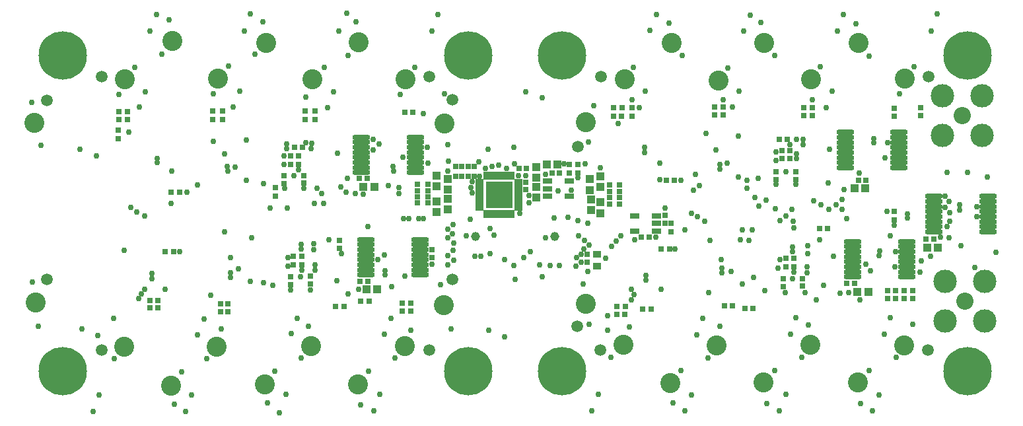
<source format=gts>
G04*
G04 #@! TF.GenerationSoftware,Altium Limited,Altium Designer,18.1.9 (240)*
G04*
G04 Layer_Color=8388736*
%FSTAX44Y44*%
%MOMM*%
G71*
G01*
G75*
%ADD30R,0.8032X0.7532*%
%ADD31R,1.1032X0.9032*%
%ADD32O,2.3032X0.6532*%
%ADD33R,0.7032X0.8032*%
%ADD34R,0.8032X0.7032*%
%ADD35R,1.3032X0.8032*%
%ADD36R,1.1032X1.0032*%
%ADD37R,0.7532X0.8032*%
%ADD38R,0.8032X0.8032*%
%ADD39R,1.0032X1.1032*%
%ADD40R,0.8032X0.8032*%
%ADD41R,3.3528X3.3528*%
%ADD42R,0.5080X1.0160*%
%ADD43R,1.0160X0.5080*%
%ADD44C,2.2032*%
%ADD45C,3.0032*%
%ADD46C,1.1684*%
%ADD47C,0.7620*%
%ADD48C,1.5032*%
%ADD49C,2.5654*%
%ADD50C,6.2032*%
D30*
X007325Y00207036D02*
D03*
Y00217536D02*
D03*
X0084025Y00257D02*
D03*
Y002465D02*
D03*
X0083275Y00256878D02*
D03*
Y00267378D02*
D03*
X00709853Y00321648D02*
D03*
Y00332148D02*
D03*
X0072075D02*
D03*
Y00321648D02*
D03*
X0033274Y00302684D02*
D03*
Y00292184D02*
D03*
X00533446Y0022326D02*
D03*
Y0021276D02*
D03*
X0112649Y00261704D02*
D03*
Y00272204D02*
D03*
X01160018Y003948D02*
D03*
Y004053D02*
D03*
X01150112Y00171112D02*
D03*
Y00160612D02*
D03*
X01117346Y00170858D02*
D03*
Y00160358D02*
D03*
X01128268Y00171112D02*
D03*
Y00160612D02*
D03*
X0113919Y00171112D02*
D03*
Y00160612D02*
D03*
X01010158Y00395054D02*
D03*
Y00405554D02*
D03*
X0090678Y0039607D02*
D03*
Y0040657D02*
D03*
X00789686Y00394546D02*
D03*
Y00405046D02*
D03*
X01020826Y0039497D02*
D03*
Y0040547D02*
D03*
X00896112Y0039607D02*
D03*
Y0040657D02*
D03*
X01125982Y00394292D02*
D03*
Y00404792D02*
D03*
X00415036Y00224874D02*
D03*
Y00235374D02*
D03*
X004953Y00144356D02*
D03*
Y00154856D02*
D03*
X00262382Y0014334D02*
D03*
Y0015384D02*
D03*
X00506476Y00144356D02*
D03*
Y00154856D02*
D03*
X00272034Y0014334D02*
D03*
Y0015384D02*
D03*
X00371Y00400728D02*
D03*
Y00390228D02*
D03*
X00131572Y00365674D02*
D03*
Y00376174D02*
D03*
X00143256Y0040022D02*
D03*
Y0038972D02*
D03*
X0013208Y0040022D02*
D03*
Y0038972D02*
D03*
X0038354Y00400728D02*
D03*
Y00390228D02*
D03*
X0025273Y00400728D02*
D03*
Y00390228D02*
D03*
X00264922Y00400728D02*
D03*
Y00390228D02*
D03*
D31*
X00745Y002175D02*
D03*
Y002025D02*
D03*
D32*
X00518072Y00190754D02*
D03*
Y00197254D02*
D03*
Y00203754D02*
D03*
Y00210254D02*
D03*
Y00216754D02*
D03*
Y00223254D02*
D03*
Y00229754D02*
D03*
Y00236254D02*
D03*
X00449072Y00190754D02*
D03*
Y00197254D02*
D03*
Y00203754D02*
D03*
Y00210254D02*
D03*
Y00216754D02*
D03*
Y00223254D02*
D03*
Y00229754D02*
D03*
Y00236254D02*
D03*
X0107315Y0023368D02*
D03*
Y0022718D02*
D03*
Y0022068D02*
D03*
Y0021418D02*
D03*
Y0020768D02*
D03*
Y0020118D02*
D03*
Y0019468D02*
D03*
Y0018818D02*
D03*
X0114215Y0023368D02*
D03*
Y0022718D02*
D03*
Y0022068D02*
D03*
Y0021418D02*
D03*
Y0020768D02*
D03*
Y0020118D02*
D03*
Y0019468D02*
D03*
Y0018818D02*
D03*
X01177124Y0029171D02*
D03*
Y0028521D02*
D03*
Y0027871D02*
D03*
Y0027221D02*
D03*
Y0026571D02*
D03*
Y0025921D02*
D03*
Y0025271D02*
D03*
Y0024621D02*
D03*
X01246124Y0029171D02*
D03*
Y0028521D02*
D03*
Y0027871D02*
D03*
Y0027221D02*
D03*
Y0026571D02*
D03*
Y0025921D02*
D03*
Y0025271D02*
D03*
Y0024621D02*
D03*
X01063332Y00373668D02*
D03*
Y00367168D02*
D03*
Y00360668D02*
D03*
Y00354168D02*
D03*
Y00347668D02*
D03*
Y00341168D02*
D03*
Y00334668D02*
D03*
Y00328168D02*
D03*
X01132332Y00373668D02*
D03*
Y00367168D02*
D03*
Y00360668D02*
D03*
Y00354168D02*
D03*
Y00347668D02*
D03*
Y00341168D02*
D03*
Y00334668D02*
D03*
Y00328168D02*
D03*
X00443318Y00367572D02*
D03*
Y00361072D02*
D03*
Y00354572D02*
D03*
Y00348072D02*
D03*
Y00341572D02*
D03*
Y00335072D02*
D03*
Y00328572D02*
D03*
Y00322072D02*
D03*
X00512318Y00367572D02*
D03*
Y00361072D02*
D03*
Y00354572D02*
D03*
Y00348072D02*
D03*
Y00341572D02*
D03*
Y00335072D02*
D03*
Y00328572D02*
D03*
Y00322072D02*
D03*
D33*
X00377444Y0018915D02*
D03*
Y0017915D02*
D03*
X00352498Y00188642D02*
D03*
Y00178642D02*
D03*
X01008522Y00176356D02*
D03*
Y00186356D02*
D03*
X00983576Y00175848D02*
D03*
Y00185848D02*
D03*
X00999723Y0031341D02*
D03*
Y0032341D02*
D03*
X00974577Y00312902D02*
D03*
Y00322902D02*
D03*
X0065405Y00300054D02*
D03*
Y00310054D02*
D03*
X00369316Y00318436D02*
D03*
Y00308436D02*
D03*
X0034417Y00317928D02*
D03*
Y00307928D02*
D03*
D34*
X00451278Y0018288D02*
D03*
X00441278D02*
D03*
X01075356Y00180306D02*
D03*
X01065356D02*
D03*
X0117721Y00236728D02*
D03*
X0116721D02*
D03*
X01090088Y0031242D02*
D03*
X01080088D02*
D03*
X0044077Y00314706D02*
D03*
X0045077D02*
D03*
X00654986Y00327152D02*
D03*
X00644986D02*
D03*
X00802006Y00239D02*
D03*
X00812006D02*
D03*
X0068725Y00321818D02*
D03*
X0069725D02*
D03*
D35*
X00793208Y0024725D02*
D03*
Y0026625D02*
D03*
X00821208D02*
D03*
Y0025675D02*
D03*
Y0024725D02*
D03*
X00709556Y00311036D02*
D03*
Y00292036D02*
D03*
X00681556D02*
D03*
Y00301536D02*
D03*
Y00311036D02*
D03*
D36*
X00749554Y0028386D02*
D03*
Y0026986D02*
D03*
X007375Y00287942D02*
D03*
Y00273942D02*
D03*
X00553466Y00288766D02*
D03*
Y00274766D02*
D03*
X0053975Y002855D02*
D03*
Y002715D02*
D03*
X00667426Y0032925D02*
D03*
Y0031525D02*
D03*
X00736092Y00313578D02*
D03*
Y00299578D02*
D03*
X00749554Y00317642D02*
D03*
Y00303642D02*
D03*
X00553466Y00314214D02*
D03*
Y00300214D02*
D03*
X0053975Y00318484D02*
D03*
Y00304484D02*
D03*
X00667426Y00304102D02*
D03*
Y00290102D02*
D03*
D37*
X00989Y0036475D02*
D03*
X009785D02*
D03*
X00827616Y00224282D02*
D03*
X00838116D02*
D03*
X00992489Y00339716D02*
D03*
X00981989D02*
D03*
X00992349Y00350638D02*
D03*
X00981849D02*
D03*
X01040838Y0025025D02*
D03*
X01030338D02*
D03*
X00997582Y00212277D02*
D03*
X00987082D02*
D03*
X00945304Y00148082D02*
D03*
X00934804D02*
D03*
X00918888Y00151638D02*
D03*
X00908388D02*
D03*
X00780966Y00140462D02*
D03*
X00770466D02*
D03*
X0078122Y00150622D02*
D03*
X0077072D02*
D03*
X0081424Y0014732D02*
D03*
X0080374D02*
D03*
X00777156Y00405384D02*
D03*
X00766656D02*
D03*
X00776902Y00394546D02*
D03*
X00766402D02*
D03*
X00366504Y00215071D02*
D03*
X00356004D02*
D03*
X00442298Y0015748D02*
D03*
X00452798D02*
D03*
X00172042Y00148844D02*
D03*
X00182542D02*
D03*
X0042054Y00150368D02*
D03*
X0041004D02*
D03*
X00171788Y00157734D02*
D03*
X00182288D02*
D03*
X00498686Y00399288D02*
D03*
X00509186D02*
D03*
X00210016Y00296926D02*
D03*
X00199516D02*
D03*
X00357Y00354572D02*
D03*
X003675D02*
D03*
X003625Y00343632D02*
D03*
X00352D02*
D03*
X00362482Y0033275D02*
D03*
X00351982D02*
D03*
X00844434Y0031242D02*
D03*
X00833934D02*
D03*
X00997722Y00201355D02*
D03*
X00987222D02*
D03*
X002021Y00220336D02*
D03*
X001916D02*
D03*
X00356144Y00204149D02*
D03*
X00366644D02*
D03*
D38*
X00761088Y00281878D02*
D03*
Y00289878D02*
D03*
Y00297878D02*
D03*
Y00305878D02*
D03*
X00774088D02*
D03*
Y00297878D02*
D03*
Y00289878D02*
D03*
Y00281878D02*
D03*
X00528216Y00306974D02*
D03*
Y00298974D02*
D03*
Y00290974D02*
D03*
Y00282974D02*
D03*
X00515216D02*
D03*
Y00290974D02*
D03*
Y00298974D02*
D03*
Y00306974D02*
D03*
D39*
X006945Y0033225D02*
D03*
X006805D02*
D03*
X01079104Y00169164D02*
D03*
X01093104D02*
D03*
X01168258Y0022606D02*
D03*
X01182258D02*
D03*
X01089264Y00302006D02*
D03*
X01075264D02*
D03*
X00449358Y0017272D02*
D03*
X00463358D02*
D03*
X00445628Y00303784D02*
D03*
X00459628D02*
D03*
D40*
X00563818Y0033035D02*
D03*
X00571818D02*
D03*
X00579818D02*
D03*
X00587818D02*
D03*
Y0031735D02*
D03*
X00579818D02*
D03*
X00571818D02*
D03*
X00563818D02*
D03*
D41*
X00619506Y00293624D02*
D03*
D42*
X0060198Y00318516D02*
D03*
X0060706D02*
D03*
X00611886D02*
D03*
X00616966D02*
D03*
X00622046D02*
D03*
X00627126D02*
D03*
X00631952D02*
D03*
X00637032D02*
D03*
Y00268732D02*
D03*
X00631952D02*
D03*
X00627126D02*
D03*
X00622046D02*
D03*
X00616966D02*
D03*
X00611886D02*
D03*
X0060706D02*
D03*
X0060198D02*
D03*
D43*
X00644398Y0031115D02*
D03*
Y0030607D02*
D03*
Y00301244D02*
D03*
Y00296164D02*
D03*
Y00291084D02*
D03*
Y00286004D02*
D03*
Y00281178D02*
D03*
Y00276098D02*
D03*
X00594614D02*
D03*
Y00281178D02*
D03*
Y00286004D02*
D03*
Y00291084D02*
D03*
Y00296164D02*
D03*
Y00301244D02*
D03*
Y0030607D02*
D03*
Y0031115D02*
D03*
D44*
X01213228Y00394752D02*
D03*
X01216568Y00157638D02*
D03*
D45*
X01187828Y00420152D02*
D03*
Y00369352D02*
D03*
X01238628D02*
D03*
Y00420152D02*
D03*
X01191168Y00183038D02*
D03*
Y00132238D02*
D03*
X01241968D02*
D03*
Y00183038D02*
D03*
D46*
X006908Y0024D02*
D03*
X005892D02*
D03*
D47*
X00733085Y00195D02*
D03*
X0072804Y00224506D02*
D03*
X0055Y00422722D02*
D03*
X00711785Y00299265D02*
D03*
X0085233Y0031242D02*
D03*
X00825558Y00313192D02*
D03*
X00890086Y0023495D02*
D03*
X00756589Y00212286D02*
D03*
X01120902Y00240866D02*
D03*
X0103075Y0023575D02*
D03*
X00425016Y00315104D02*
D03*
X00322771Y00026771D02*
D03*
X0020308Y0002508D02*
D03*
X011435Y00269402D02*
D03*
X0114325Y00263833D02*
D03*
X0087163Y0031987D02*
D03*
X009025Y00326795D02*
D03*
Y0033275D02*
D03*
X00362482Y00325947D02*
D03*
X00371518Y00360518D02*
D03*
X0034725Y00352806D02*
D03*
X01001Y0034D02*
D03*
Y00346118D02*
D03*
X0080625Y00354572D02*
D03*
X00806039Y00348017D02*
D03*
X01000549Y00364268D02*
D03*
X00992349Y003575D02*
D03*
X0088484Y0037234D02*
D03*
X0116125Y00209D02*
D03*
X01159307Y00194259D02*
D03*
X0121175Y002285D02*
D03*
X007205Y00315301D02*
D03*
X0072975Y00333D02*
D03*
X00702876Y00333699D02*
D03*
X00679156Y00319468D02*
D03*
X00685038Y00202692D02*
D03*
X00690534Y00264263D02*
D03*
X00646282Y00270263D02*
D03*
X00577516Y00241412D02*
D03*
X00561632Y00231432D02*
D03*
X00560578Y0025527D02*
D03*
X0052225Y0026332D02*
D03*
X0049125Y00295656D02*
D03*
Y003025D02*
D03*
X0050375Y0026332D02*
D03*
X005165Y0026325D02*
D03*
X004975Y0026332D02*
D03*
X00679033Y00238262D02*
D03*
X0061238Y0030075D02*
D03*
X00612376Y00293624D02*
D03*
X00695214Y0029825D02*
D03*
X00749554Y00328054D02*
D03*
X00733085Y00257415D02*
D03*
X007205Y0026063D02*
D03*
X00736346Y00273924D02*
D03*
X0065405Y00318008D02*
D03*
X0106522Y0026278D02*
D03*
X0105968Y00275D02*
D03*
X01052086Y0028075D02*
D03*
X0105925Y002875D02*
D03*
X00961547Y00286514D02*
D03*
X00997524Y0025119D02*
D03*
X00997Y0026D02*
D03*
X01042Y00275D02*
D03*
X0103225Y00280495D02*
D03*
X01023Y0028625D02*
D03*
X0099525Y00274882D02*
D03*
X008835Y0026D02*
D03*
X0095288Y00278962D02*
D03*
X00974137Y0027575D02*
D03*
X0087425Y002655D02*
D03*
X00866186Y0027D02*
D03*
X0094775Y00289789D02*
D03*
X009375Y0030175D02*
D03*
Y003125D02*
D03*
X00951964Y00314941D02*
D03*
X00926279Y00316776D02*
D03*
X0086875Y0029925D02*
D03*
X0087675Y00305D02*
D03*
X0085775Y0024875D02*
D03*
X00820926Y00239D02*
D03*
X00793208Y00235966D02*
D03*
X0098013Y0026063D02*
D03*
X00987Y0026675D02*
D03*
X00832358Y00276352D02*
D03*
X00764Y0022725D02*
D03*
X00769802Y002345D02*
D03*
X0077525Y00240656D02*
D03*
X00735076Y00228824D02*
D03*
X00944326Y00248441D02*
D03*
X0093175Y002485D02*
D03*
X00940131Y00234869D02*
D03*
X00929306Y00235966D02*
D03*
X0120975Y0027425D02*
D03*
X0121Y00280782D02*
D03*
X01197558Y00270763D02*
D03*
X0112649Y0025451D02*
D03*
X011165Y0027225D02*
D03*
X01172494Y00215006D02*
D03*
X0123196Y0026571D02*
D03*
X011975Y0026D02*
D03*
X01196308Y00238512D02*
D03*
X01185558Y00239762D02*
D03*
X01194054Y0025273D02*
D03*
X01231946Y0027871D02*
D03*
X01127637Y0022068D02*
D03*
X01128948Y00085426D02*
D03*
X0114957Y00127762D02*
D03*
X0119634Y00284988D02*
D03*
X01191696Y00291664D02*
D03*
X01191514Y00277876D02*
D03*
X0094615Y00187498D02*
D03*
X00996076Y00185848D02*
D03*
X00979772Y00210245D02*
D03*
X00977392Y00199323D02*
D03*
X00728756Y00235174D02*
D03*
X00721106Y00241046D02*
D03*
X01117632Y00360668D02*
D03*
X01015492Y0021844D02*
D03*
X01015702Y00228092D02*
D03*
X00329608Y0017797D02*
D03*
X00610362Y003302D02*
D03*
X00391922Y00295656D02*
D03*
X00612775Y00241808D02*
D03*
X00383286Y0019685D02*
D03*
X01014364Y00200914D02*
D03*
X00618744Y0033147D02*
D03*
X00386588Y00302337D02*
D03*
X00608076Y00250444D02*
D03*
X00383286Y00203708D02*
D03*
X00997722Y00194377D02*
D03*
X00660081Y00220726D02*
D03*
X00671576Y00203454D02*
D03*
X0072517Y0020701D02*
D03*
X00718566Y00213122D02*
D03*
X00718379Y00202117D02*
D03*
X0072517Y00217678D02*
D03*
X00707644Y00264632D02*
D03*
X00651256Y00212894D02*
D03*
X0069715Y00202692D02*
D03*
X00825558Y00334322D02*
D03*
X00845312Y00224282D02*
D03*
X00827532Y00172466D02*
D03*
X00792884Y00166116D02*
D03*
X00789178Y00172466D02*
D03*
X00788924Y00159313D02*
D03*
X00496062Y00341884D02*
D03*
X00484124Y00324104D02*
D03*
X0048387Y00329692D02*
D03*
X00401113Y00235679D02*
D03*
X00423418Y00296926D02*
D03*
X00394462Y00282956D02*
D03*
X00416814Y00304038D02*
D03*
X00383032Y00282956D02*
D03*
X00348234Y00276606D02*
D03*
X00451104Y0025273D02*
D03*
X00454406Y00223254D02*
D03*
X00451104Y00229754D02*
D03*
X00454406Y00236254D02*
D03*
X00326164Y00276606D02*
D03*
X00594464Y0031735D02*
D03*
X005278Y00354572D02*
D03*
X00199586Y00324162D02*
D03*
X00199516Y00282322D02*
D03*
X00191122Y00172607D02*
D03*
X00585216Y00310134D02*
D03*
X00457868Y00364585D02*
D03*
X00554228Y00249174D02*
D03*
X00157734Y00160274D02*
D03*
X00147066Y00277079D02*
D03*
X00584962Y00296164D02*
D03*
X00458216Y00351536D02*
D03*
X00554228Y00238252D02*
D03*
X00165354Y0017272D02*
D03*
X001651Y00266446D02*
D03*
X00583438Y00303276D02*
D03*
X00559816Y00243586D02*
D03*
X00465398Y00358648D02*
D03*
X0016129Y0016675D02*
D03*
X00155448Y00271526D02*
D03*
X00318008Y00307848D02*
D03*
X0063881Y00354114D02*
D03*
X00593598Y0033613D02*
D03*
X00553466Y00274766D02*
D03*
X00553466Y0032385D02*
D03*
X0055499Y00336804D02*
D03*
X00210262Y00220336D02*
D03*
X00219588Y0029718D02*
D03*
X00174208Y00192571D02*
D03*
X00473456Y00191102D02*
D03*
Y00196596D02*
D03*
X00498602Y00189484D02*
D03*
X00560832Y0022206D02*
D03*
X00554228Y00215646D02*
D03*
X00561086Y00209804D02*
D03*
X00554228Y00203962D02*
D03*
X00344132Y0033271D02*
D03*
X00626872Y00210566D02*
D03*
X003175Y00181102D02*
D03*
X00348694Y00202117D02*
D03*
X00638302Y00202692D02*
D03*
X00658114Y0028321D02*
D03*
X0060833Y0021844D02*
D03*
X00582676Y00262382D02*
D03*
X00596392Y00214884D02*
D03*
X00588296Y00215071D02*
D03*
X00974539Y00337684D02*
D03*
X00417576Y00217932D02*
D03*
X00533446Y00204516D02*
D03*
X00477577Y00305365D02*
D03*
X00629412Y0032766D02*
D03*
X0038227Y00223266D02*
D03*
X00382016Y00230632D02*
D03*
X00366644Y00197319D02*
D03*
X00445628Y00294782D02*
D03*
X00435102Y00295656D02*
D03*
X00640334Y00185206D02*
D03*
X00658368Y00292354D02*
D03*
X00639318Y00332994D02*
D03*
X00644398Y00318008D02*
D03*
X0060198Y00327456D02*
D03*
X01245292Y003163D02*
D03*
X01193546Y00322326D02*
D03*
X01220182Y0032236D02*
D03*
X0125668Y00219598D02*
D03*
X01229614Y00200406D02*
D03*
X01107186Y00221488D02*
D03*
X01106932Y00215646D02*
D03*
X01100021Y00360172D02*
D03*
X01100154Y00365674D02*
D03*
X01061894Y00300054D02*
D03*
X01041146Y00308864D02*
D03*
X01081024Y00321818D02*
D03*
X01020826Y00415798D02*
D03*
X005536Y00358274D02*
D03*
X00734254Y00360862D02*
D03*
X00740854Y00407734D02*
D03*
X00792014Y00457212D02*
D03*
X00789686Y00415544D02*
D03*
X00837244Y00513528D02*
D03*
X00854202Y00472434D02*
D03*
X00912864Y00455688D02*
D03*
X0090678Y00415544D02*
D03*
X01009513Y00364776D02*
D03*
X00955321Y00514831D02*
D03*
X00973248Y00472434D02*
D03*
X011329Y00422916D02*
D03*
X01076972Y00513068D02*
D03*
X01093712Y00471678D02*
D03*
X0052278Y0039797D02*
D03*
X00758698Y00120396D02*
D03*
X00758444Y00138346D02*
D03*
X00439518Y0017272D02*
D03*
X01083056Y00026416D02*
D03*
X01093712Y00068338D02*
D03*
X0112701Y0020118D02*
D03*
X0096266Y00026416D02*
D03*
X00972636Y00068396D02*
D03*
X01007333Y00085567D02*
D03*
X01016054Y00126438D02*
D03*
X01082294Y0015875D02*
D03*
X01067562Y00168656D02*
D03*
X01056386Y0016747D02*
D03*
X01035558Y00177546D02*
D03*
X01026139Y0015875D02*
D03*
X0109601Y00196596D02*
D03*
X01090168Y00204978D02*
D03*
X0088728Y00084132D02*
D03*
X00902692Y00124968D02*
D03*
X00842934Y00027016D02*
D03*
X00853074Y00067972D02*
D03*
X0054483Y00178642D02*
D03*
X00727456Y00179212D02*
D03*
X00763374Y00085592D02*
D03*
X00786748Y00123808D02*
D03*
X00734956Y00127374D02*
D03*
X00557786Y0012196D02*
D03*
X0099568Y00227076D02*
D03*
X00995426Y0022098D02*
D03*
X00174244Y00185928D02*
D03*
X00808228Y00189992D02*
D03*
Y00184404D02*
D03*
X00905256Y00193643D02*
D03*
Y00199323D02*
D03*
X00960036Y00170858D02*
D03*
X00986482Y00168402D02*
D03*
X01011482Y00168656D02*
D03*
X00916828Y00195622D02*
D03*
X0090424Y0021082D02*
D03*
X00888559Y00168215D02*
D03*
X00738803Y00017028D02*
D03*
X00747054Y00037562D02*
D03*
X01120843Y00135756D02*
D03*
X01113294Y0011456D02*
D03*
X01000447Y00135814D02*
D03*
X00992898Y00114618D02*
D03*
X01098535Y00016862D02*
D03*
X01106786Y00037396D02*
D03*
X00978833Y00017003D02*
D03*
X00987084Y00037537D02*
D03*
X00857935Y0001655D02*
D03*
X00866186Y00037084D02*
D03*
X01181295Y00525138D02*
D03*
X0115169Y0045772D02*
D03*
X01173746Y00503942D02*
D03*
X00772414Y00385318D02*
D03*
X01114298Y00341122D02*
D03*
X00987277Y0032341D02*
D03*
X00926135Y00369067D02*
D03*
X00974739Y0030678D02*
D03*
X00999739Y00306954D02*
D03*
X00912013Y00334412D02*
D03*
X00897911Y00350806D02*
D03*
X01009375Y0035778D02*
D03*
X01043241Y00351776D02*
D03*
X00974539Y00348606D02*
D03*
X00931418Y00179466D02*
D03*
X01048654Y00215138D02*
D03*
X01014364Y00194056D02*
D03*
X00880721Y0013539D02*
D03*
X00873172Y00114194D02*
D03*
X00918619Y00405908D02*
D03*
X0092687Y00426442D02*
D03*
X00941467Y00524252D02*
D03*
X00933216Y00503718D02*
D03*
X00821036Y00524733D02*
D03*
X00812785Y00504199D02*
D03*
X00675124Y00188716D02*
D03*
X00626573Y0011142D02*
D03*
X00606039Y00119671D02*
D03*
X01061093Y00524878D02*
D03*
X01031488Y0045746D02*
D03*
X01053544Y00503682D02*
D03*
X00799457Y00405016D02*
D03*
X00807006Y00426212D02*
D03*
X01039185Y00405016D02*
D03*
X01046734Y00426212D02*
D03*
X00653829Y00425796D02*
D03*
X00675025Y00418247D02*
D03*
X00605216Y00352217D02*
D03*
X00263144Y00121412D02*
D03*
X00021396Y00181924D02*
D03*
X0002921Y00124968D02*
D03*
X00125222Y00135636D02*
D03*
X00411226Y00183134D02*
D03*
X00425704Y001665D02*
D03*
X00481632Y00175562D02*
D03*
X00472327Y00216754D02*
D03*
X0046437Y00210254D02*
D03*
X00377498Y00171958D02*
D03*
X00352498Y00172012D02*
D03*
X00375158Y00124714D02*
D03*
X00442408Y00024698D02*
D03*
X00506476Y00119754D02*
D03*
X00378968Y00352806D02*
D03*
X00379106Y00359802D02*
D03*
X00412834Y00346802D02*
D03*
X00347Y00359D02*
D03*
X0035687Y00318436D02*
D03*
X00369332Y0030198D02*
D03*
X00344332Y00301806D02*
D03*
X0027135Y00329869D02*
D03*
X00271504Y00324162D02*
D03*
X00295872Y00311802D02*
D03*
X00233172Y0030607D02*
D03*
X00295729Y00364093D02*
D03*
X00281606Y00329438D02*
D03*
X00252984Y00361835D02*
D03*
X00344132Y00343632D02*
D03*
X00267504Y00345832D02*
D03*
X0036576Y00224282D02*
D03*
Y00230124D02*
D03*
X00364998Y00188642D02*
D03*
X00348694Y00213039D02*
D03*
X00181096Y0034036D02*
D03*
Y00334898D02*
D03*
X0027559Y0018796D02*
D03*
Y00193643D02*
D03*
X0025019Y001651D02*
D03*
X0030226Y0023876D02*
D03*
X0026797Y0024638D02*
D03*
X0028575Y00198416D02*
D03*
X0030034Y0018226D02*
D03*
X00275232Y0021336D02*
D03*
X00458695Y00017003D02*
D03*
X00486222Y00084237D02*
D03*
X00466946Y00037897D02*
D03*
X00365766Y00084237D02*
D03*
X0034649Y00037897D02*
D03*
X00217395Y00016078D02*
D03*
X00244922Y00083312D02*
D03*
X00225646Y00036972D02*
D03*
X00480905Y00135242D02*
D03*
X00451866Y00067434D02*
D03*
X00472654Y0011519D02*
D03*
X00361017Y00135628D02*
D03*
X00331978Y0006782D02*
D03*
X00352766Y00115576D02*
D03*
X00138674Y00222719D02*
D03*
X00423904Y00526774D02*
D03*
X00435932Y00515246D02*
D03*
X00104886Y00113258D02*
D03*
X00084834Y00121509D02*
D03*
X00241577Y0013408D02*
D03*
X00233326Y00114028D02*
D03*
X00212538Y00066272D02*
D03*
X00338239Y0001404D02*
D03*
X00098777Y00016078D02*
D03*
X00126304Y00083312D02*
D03*
X00107028Y00036972D02*
D03*
X0052832Y00334264D02*
D03*
X00020126Y00411794D02*
D03*
X00032512Y00357378D02*
D03*
X00414166Y00503174D02*
D03*
X00286814Y0042672D02*
D03*
X00316908Y00515366D02*
D03*
X005338Y00503222D02*
D03*
X00407718Y00425756D02*
D03*
X00292814Y00503936D02*
D03*
X0016641Y00425954D02*
D03*
X00187198Y0047371D02*
D03*
X00171924Y00503546D02*
D03*
X00082042Y00351644D02*
D03*
X00395158Y00457206D02*
D03*
X00371542Y00418846D02*
D03*
X00196656Y005181D02*
D03*
X00152648Y00457206D02*
D03*
X00131826Y00422402D02*
D03*
X00426214Y00472492D02*
D03*
X00272542Y00458724D02*
D03*
X00252984Y0042291D02*
D03*
X00511744Y00457D02*
D03*
X00492954Y00422196D02*
D03*
X00306748Y00473964D02*
D03*
X00144892Y00374396D02*
D03*
X00301065Y00525258D02*
D03*
X00541349Y00524418D02*
D03*
X00103534Y00343393D02*
D03*
X00278563Y00406238D02*
D03*
X00399467Y00405222D02*
D03*
X00180175Y0052444D02*
D03*
X00158159Y00405902D02*
D03*
D48*
X00559816Y00415544D02*
D03*
X007205Y00355D02*
D03*
X0072Y00125D02*
D03*
X00559816Y00185D02*
D03*
X0004Y00415D02*
D03*
Y00185D02*
D03*
X005305Y00445D02*
D03*
X001105D02*
D03*
X0117025D02*
D03*
X0075025D02*
D03*
X0116975Y00095D02*
D03*
X0074975D02*
D03*
X0011D02*
D03*
X0053D02*
D03*
D49*
X0095891Y00052896D02*
D03*
X00959071Y00488001D02*
D03*
X00380178Y00441706D02*
D03*
X00378714Y00099737D02*
D03*
X01019048Y00101067D02*
D03*
X01019556Y0044196D02*
D03*
X00499812Y004415D02*
D03*
X00438658Y00050162D02*
D03*
X00898821Y00100578D02*
D03*
X00901252Y00440188D02*
D03*
X00320802Y00488696D02*
D03*
X00319021Y00050548D02*
D03*
X01079306Y00052838D02*
D03*
X01080722Y00487934D02*
D03*
X00439682Y00489286D02*
D03*
X0049917Y00099737D02*
D03*
X00839184Y00052472D02*
D03*
X00730504Y00386588D02*
D03*
X00023876Y00385572D02*
D03*
X0025787Y00098812D02*
D03*
X00731206Y00153918D02*
D03*
X00840994Y00487934D02*
D03*
X00258826Y004428D02*
D03*
X00025146Y00155702D02*
D03*
X0113875Y00100926D02*
D03*
X0054864Y0015257D02*
D03*
X00780348Y00441712D02*
D03*
X00200406Y00490982D02*
D03*
X00139252Y00098812D02*
D03*
X01139758Y0044222D02*
D03*
X00779018Y00101092D02*
D03*
X0054985Y0038472D02*
D03*
X001397Y00441706D02*
D03*
X0019933Y00049D02*
D03*
D50*
X007Y000675D02*
D03*
Y004725D02*
D03*
X0058D02*
D03*
Y000675D02*
D03*
X0006D02*
D03*
Y004725D02*
D03*
X0122Y000675D02*
D03*
Y004725D02*
D03*
M02*

</source>
